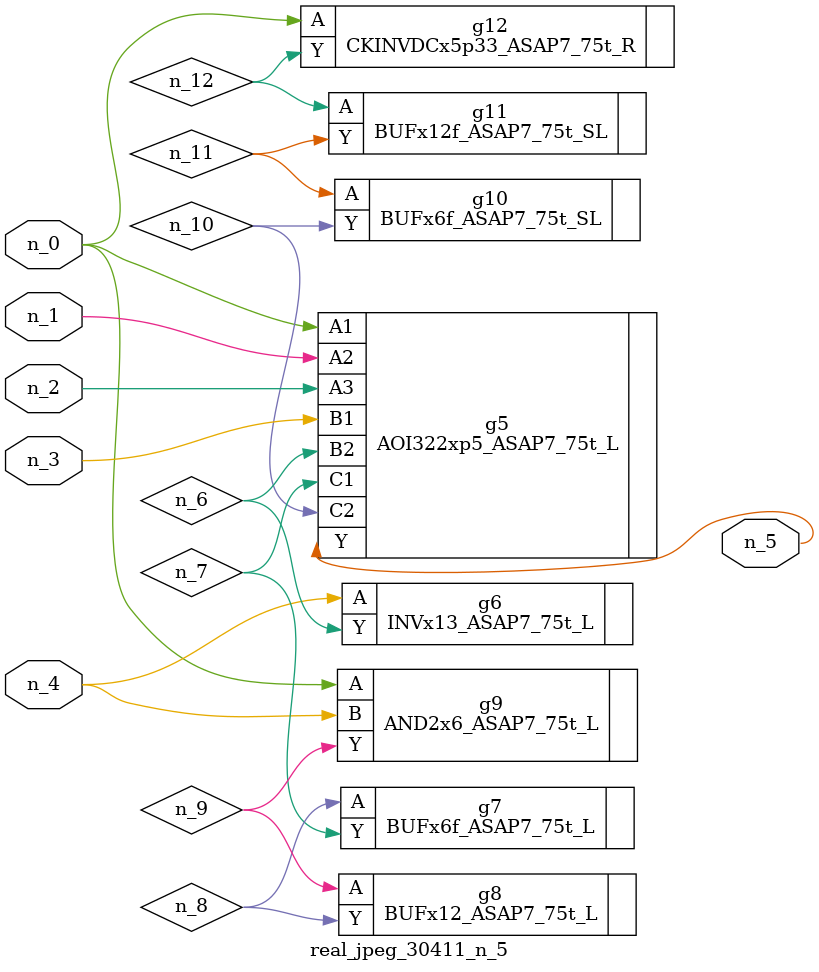
<source format=v>
module real_jpeg_30411_n_5 (n_4, n_0, n_1, n_2, n_3, n_5);

input n_4;
input n_0;
input n_1;
input n_2;
input n_3;

output n_5;

wire n_12;
wire n_8;
wire n_11;
wire n_6;
wire n_7;
wire n_10;
wire n_9;

AOI322xp5_ASAP7_75t_L g5 ( 
.A1(n_0),
.A2(n_1),
.A3(n_2),
.B1(n_3),
.B2(n_6),
.C1(n_7),
.C2(n_10),
.Y(n_5)
);

AND2x6_ASAP7_75t_L g9 ( 
.A(n_0),
.B(n_4),
.Y(n_9)
);

CKINVDCx5p33_ASAP7_75t_R g12 ( 
.A(n_0),
.Y(n_12)
);

INVx13_ASAP7_75t_L g6 ( 
.A(n_4),
.Y(n_6)
);

BUFx6f_ASAP7_75t_L g7 ( 
.A(n_8),
.Y(n_7)
);

BUFx12_ASAP7_75t_L g8 ( 
.A(n_9),
.Y(n_8)
);

BUFx6f_ASAP7_75t_SL g10 ( 
.A(n_11),
.Y(n_10)
);

BUFx12f_ASAP7_75t_SL g11 ( 
.A(n_12),
.Y(n_11)
);


endmodule
</source>
